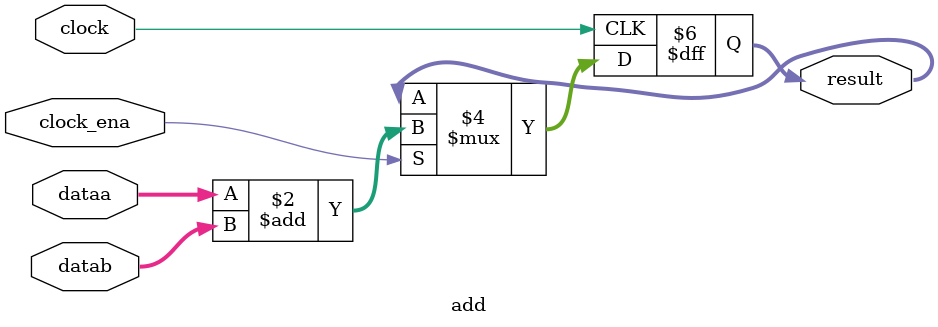
<source format=sv>
`ifndef _adder_tree_
`define _adder_tree_

(* multstyle = "dsp" *) module adder_tree #(parameter
	N = 32, DATA_WIDTH = (33*N), RESULT_WIDTH = ((N-1) < 2**$clog2(N)) ? DATA_WIDTH + $clog2(N) : DATA_WIDTH + $clog2(N) + 1
)(
	input clock, clock_ena,
	input signed [DATA_WIDTH-1:0] data,
	output signed [RESULT_WIDTH-1:0] result
);
	generate
		if (N == 2)
			add #(.DATAA_WIDTH(DATA_WIDTH), .DATAB_WIDTH(DATA_WIDTH), .RESULT_WIDTH(RESULT_WIDTH))
				add_inst(.clock(clock), .clock_ena(clock_ena), .dataa(data[0]), .datab(data[1]), .result(result));
		else
			begin
				localparam RES_WIDTH = (RESULT_WIDTH > DATA_WIDTH + 1) ? DATA_WIDTH + 1 : RESULT_WIDTH;
				localparam RESULTS = (N % 2 == 0) ? N/2 : N/2 + 1;
				
				wire signed [RES_WIDTH-1:0] res;
				
				add_pairs #(.N(N), .DATA_WIDTH(DATA_WIDTH), .RESULT_WIDTH(RES_WIDTH))
					add_pairs_inst(.clock(clock), .clock_ena(clock_ena), .data(data), .result(res));
				
				adder_tree #(.N(RESULTS), .DATA_WIDTH(RES_WIDTH))
					adder_tree_inst(.clock(clock), .clock_ena(clock_ena), .data(res), .result(result));
			end
	endgenerate
	
endmodule :adder_tree

//////////////////////
module add_pairs #(parameter
	N = 32, DATA_WIDTH = 18, RESULT_WIDTH = DATA_WIDTH + 1, RESULTS = (N % 2 == 0) ? N/2 : N/2 + 1
)(
	input clock, clock_ena,
	input signed [DATA_WIDTH-1:0] data,
	output signed [RESULT_WIDTH-1:0] result
);
	genvar i;
	
	generate
		for (i = 0; i < N/2; i++)
			begin :a
				add #(.DATAA_WIDTH(DATA_WIDTH), .DATAB_WIDTH(DATA_WIDTH), .RESULT_WIDTH(RESULT_WIDTH))
					add_inst(.clock, .clock_ena, .dataa(data[2*i]), .datab(data[2*i + 1]), .result(result[i]));
			end
		
		if (RESULTS == N/2 + 1)
			begin
				reg [RESULT_WIDTH-1:0] res;
			
				always @(posedge clock)
					if (clock_ena)
						res <= data[N-1];
				
				assign result[RESULTS-1] = res;
			end
	endgenerate
endmodule :add_pairs

//////////////////////
module add #(parameter
	DATAA_WIDTH = 16, DATAB_WIDTH = 17, RESULT_WIDTH = (DATAA_WIDTH > DATAB_WIDTH) ? DATAA_WIDTH + 1 : DATAB_WIDTH + 1
)(
	input clock, clock_ena,
	input signed [DATAA_WIDTH-1:0] dataa,
	input signed [DATAB_WIDTH-1:0] datab,
	output reg signed [RESULT_WIDTH-1:0] result = 0
);
	always_ff @(posedge clock)
		if (clock_ena)
			result <= dataa + datab;
endmodule :add

`endif

</source>
